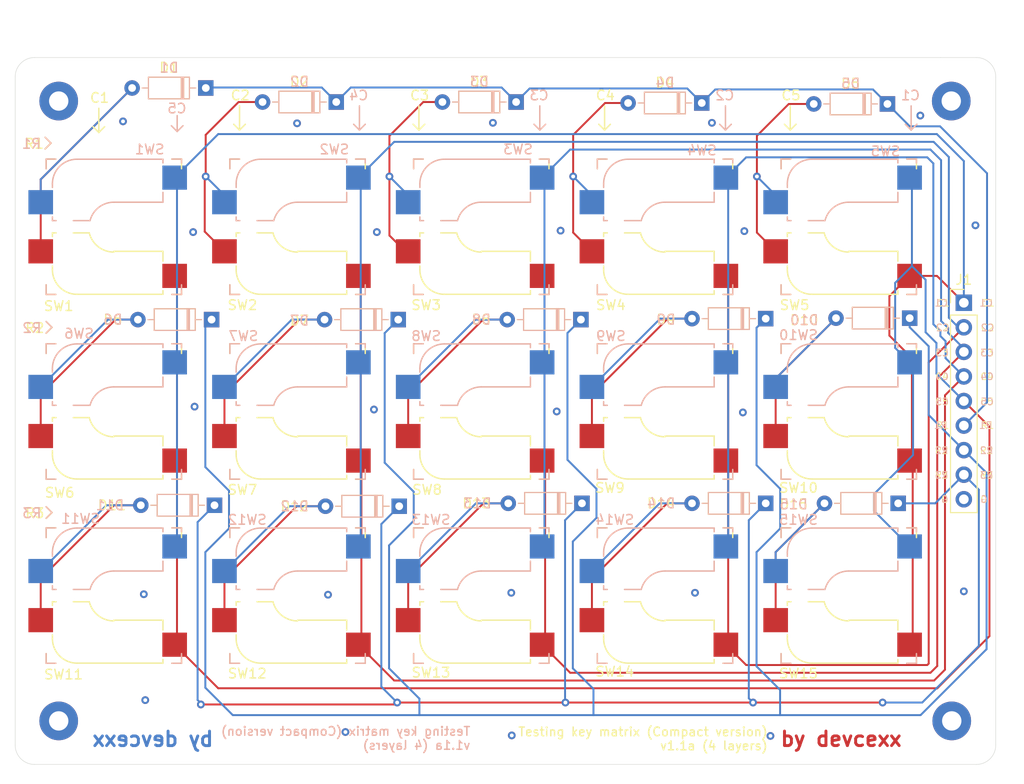
<source format=kicad_pcb>
(kicad_pcb (version 20241229) (generator "pcbnew") (generator_version "9.0")
  (layers (0 "F.Cu" signal) (4 "In1.Cu" signal) (6 "In2.Cu" signal) (2 "B.Cu" signal) (13 "F.Paste" user) (15 "B.Paste" user) (5 "F.SilkS" user "F.Silkscreen") (7 "B.SilkS" user "B.Silkscreen") (1 "F.Mask" user) (3 "B.Mask" user) (25 "Edge.Cuts" user))
  (net 0 "")
  (net 1 "Net-(D1-A)")
  (net 2 "row1")
  (net 3 "Net-(D2-A)")
  (net 4 "Net-(D3-A)")
  (net 5 "Net-(D4-A)")
  (net 6 "Net-(D5-A)")
  (net 7 "row2")
  (net 8 "Net-(D6-A)")
  (net 9 "Net-(D7-A)")
  (net 10 "Net-(D8-A)")
  (net 11 "Net-(D9-A)")
  (net 12 "Net-(D10-A)")
  (net 13 "Net-(D11-A)")
  (net 14 "row3")
  (net 15 "Net-(D12-A)")
  (net 16 "Net-(D13-A)")
  (net 17 "Net-(D14-A)")
  (net 18 "Net-(D15-A)")
  (net 19 "col3")
  (net 20 "col5")
  (net 21 "col1")
  (net 22 "col2")
  (net 23 "col4")
  (net 24 "GND")
  (footprint "TestingSplitKb:D_DO-35_SOD27_P7.62mm_Horizontal_BothSides" (layer "F.Cu") (at 170 37.3 180)
    (property "Reference" "D5")
    (property "Value" "1N4148")
  )
  (footprint "" (layer "F.Cu") (at 84.3 101.1 90)
    (property "Reference" "")
    (property "Value" "")
  )
  (footprint "TestingSplitKb:Kailh_socket_MX_reversible" (layer "F.Cu") (at 90 88.14)
    (property "Reference" "SW11")
    (property "Value" "SW_Push_Dual")
  )
  (footprint "TestingSplitKb:Kailh_socket_MX_reversible" (layer "F.Cu") (at 166 88.14)
    (property "Reference" "SW15")
    (property "Value" "SW_Push_Dual")
  )
  (footprint "TestingSplitKb:Kailh_socket_MX_reversible" (layer "F.Cu") (at 90 50)
    (property "Reference" "SW1")
    (property "Value" "SW_Push_Dual")
  )
  (footprint "TestingSplitKb:Kailh_socket_MX_reversible" (layer "F.Cu") (at 166 50)
    (property "Reference" "SW5")
    (property "Value" "SW_Push_Dual")
  )
  (footprint "TestingSplitKb:Kailh_socket_MX_reversible" (layer "F.Cu") (at 109 50)
    (property "Reference" "SW2")
    (property "Value" "SW_Push_Dual")
  )
  (footprint "TestingSplitKb:D_DO-35_SOD27_P7.62mm_Horizontal_BothSides" (layer "F.Cu") (at 100.11 59.6 180)
    (property "Reference" "D6")
    (property "Value" "1N4148")
  )
  (footprint "TestingSplitKb:D_DO-35_SOD27_P7.62mm_Horizontal_BothSides" (layer "F.Cu") (at 119.41 59.6 180)
    (property "Reference" "D7")
    (property "Value" "1N4148")
  )
  (footprint "TestingSplitKb:D_DO-35_SOD27_P7.62mm_Horizontal_BothSides" (layer "F.Cu") (at 157.41 78.6 180)
    (property "Reference" "D14")
    (property "Value" "1N4148")
  )
  (footprint "TestingSplitKb:Kailh_socket_MX_reversible" (layer "F.Cu") (at 147 69.1)
    (property "Reference" "SW9")
    (property "Value" "SW_Push_Dual")
  )
  (footprint "TestingSplitKb:Kailh_socket_MX_reversible" (layer "F.Cu") (at 147 88.14)
    (property "Reference" "SW14")
    (property "Value" "SW_Push_Dual")
  )
  (footprint "TestingSplitKb:D_DO-35_SOD27_P7.62mm_Horizontal_BothSides" (layer "F.Cu") (at 150.8 37.2 180)
    (property "Reference" "D4")
    (property "Value" "1N4148")
  )
  (footprint "TestingSplitKb:D_DO-35_SOD27_P7.62mm_Horizontal_BothSides" (layer "F.Cu") (at 138.3 59.6 180)
    (property "Reference" "D8")
    (property "Value" "1N4148")
  )
  (footprint "TestingSplitKb:Kailh_socket_MX_reversible" (layer "F.Cu") (at 147 50)
    (property "Reference" "SW4")
    (property "Value" "SW_Push_Dual")
  )
  (footprint "TestingSplitKb:Kailh_socket_MX_reversible" (layer "F.Cu") (at 90 69.1)
    (property "Reference" "SW6")
    (property "Value" "SW_Push_Dual")
  )
  (footprint "TestingSplitKb:D_DO-35_SOD27_P7.62mm_Horizontal_BothSides" (layer "F.Cu") (at 157.41 59.5 180)
    (property "Reference" "D9")
    (property "Value" "1N4148")
  )
  (footprint "TestingSplitKb:Kailh_socket_MX_reversible" (layer "F.Cu") (at 128 69.1)
    (property "Reference" "SW8")
    (property "Value" "SW_Push_Dual")
  )
  (footprint "TestingSplitKb:Kailh_socket_MX_reversible" (layer "F.Cu") (at 109 69.1)
    (property "Reference" "SW7")
    (property "Value" "SW_Push_Dual")
  )
  (footprint "" (layer "F.Cu") (at 176.6 37)
    (property "Reference" "")
    (property "Value" "")
  )
  (footprint "TestingSplitKb:Kailh_socket_MX_reversible" (layer "F.Cu") (at 166 69.1)
    (property "Reference" "SW10")
    (property "Value" "SW_Push_Dual")
  )
  (footprint "" (layer "F.Cu") (at 176.65 101.1 180)
    (property "Reference" "")
    (property "Value" "")
  )
  (footprint "TestingSplitKb:D_DO-35_SOD27_P7.62mm_Horizontal_BothSides" (layer "F.Cu") (at 131.6 37.1 180)
    (property "Reference" "D3")
    (property "Value" "1N4148")
  )
  (footprint "TestingSplitKb:D_DO-35_SOD27_P7.62mm_Horizontal_BothSides" (layer "F.Cu") (at 119.51 78.9 180)
    (property "Reference" "D12")
    (property "Value" "1N4148")
  )
  (footprint "" (layer "F.Cu") (at 84.3 37 90)
    (property "Reference" "")
    (property "Value" "")
  )
  (footprint "Connector_PinHeader_2.54mm:PinHeader_1x09_P2.54mm_Vertical" (layer "F.Cu") (at 177.9 57.86)
    (property "Reference" "J1")
    (property "Value" "Conn_01x09_Pin")
  )
  (footprint "TestingSplitKb:Kailh_socket_MX_reversible" (layer "F.Cu") (at 128 88.14)
    (property "Reference" "SW13")
    (property "Value" "SW_Push_Dual")
  )
  (footprint "TestingSplitKb:D_DO-35_SOD27_P7.62mm_Horizontal_BothSides" (layer "F.Cu") (at 100.41 78.8 180)
    (property "Reference" "D11")
    (property "Value" "1N4148")
  )
  (footprint "TestingSplitKb:D_DO-35_SOD27_P7.62mm_Horizontal_BothSides" (layer "F.Cu") (at 99.51 35.65 180)
    (property "Reference" "D1")
    (property "Value" "1N4148")
  )
  (footprint "TestingSplitKb:D_DO-35_SOD27_P7.62mm_Horizontal_BothSides" (layer "F.Cu") (at 171.11 78.6 180)
    (property "Reference" "D15")
    (property "Value" "1N4148")
  )
  (footprint "TestingSplitKb:Kailh_socket_MX_reversible" (layer "F.Cu") (at 109 88.14)
    (property "Reference" "SW12")
    (property "Value" "SW_Push_Dual")
  )
  (footprint "TestingSplitKb:D_DO-35_SOD27_P7.62mm_Horizontal_BothSides" (layer "F.Cu") (at 138.41 78.6 180)
    (property "Reference" "D13")
    (property "Value" "1N4148")
  )
  (footprint "TestingSplitKb:D_DO-35_SOD27_P7.62mm_Horizontal_BothSides" (layer "F.Cu") (at 113 37.1 180)
    (property "Reference" "D2")
    (property "Value" "1N4148")
  )
  (footprint "TestingSplitKb:D_DO-35_SOD27_P7.62mm_Horizontal_BothSides" (layer "F.Cu") (at 172.3 59.45 180)
    (property "Reference" "D10")
    (property "Value" "1N4148")
  )
  (footprint "TestingSplitKb:Kailh_socket_MX_reversible" (layer "F.Cu") (at 128 50)
    (property "Reference" "SW3")
    (property "Value" "SW_Push_Dual")
  )
  (gr_line (start 140.75 37.5) (end 140.75 40) (stroke (width 0.15)) (layer "F.SilkS"))
  (gr_line (start 88.45 37.75) (end 88.45 40.25) (stroke (width 0.15)) (layer "F.SilkS"))
  (gr_line (start 140.75 40) (end 141.35 39.4) (stroke (width 0.15)) (layer "F.SilkS"))
  (gr_line (start 140.75 40) (end 140.15 39.4) (stroke (width 0.15)) (layer "F.SilkS"))
  (gr_line (start 120.95 39.4) (end 121.55 40) (stroke (width 0.15)) (layer "F.SilkS"))
  (gr_line (start 82.9 41.95) (end 83.5 41.35) (stroke (width 0.15)) (layer "F.SilkS"))
  (gr_line (start 83 80.15) (end 83.6 79.55) (stroke (width 0.15)) (layer "F.SilkS"))
  (gr_line (start 82.9 41.95) (end 83.5 41.35) (stroke (width 0.15)) (layer "F.SilkS"))
  (gr_line (start 83.5 41.35) (end 82.9 41.95) (stroke (width 0.15)) (layer "F.SilkS"))
  (gr_line (start 83 61) (end 83.6 60.4) (stroke (width 0.15)) (layer "F.SilkS"))
  (gr_line (start 121.55 40) (end 122.15 39.4) (stroke (width 0.15)) (layer "F.SilkS"))
  (gr_line (start 88.45 40.25) (end 89.05 39.65) (stroke (width 0.15)) (layer "F.SilkS"))
  (gr_line (start 83.6 79.55) (end 83 80.15) (stroke (width 0.15)) (layer "F.SilkS"))
  (gr_line (start 83.6 79.55) (end 83 78.95) (stroke (width 0.15)) (layer "F.SilkS"))
  (gr_line (start 83.5 41.35) (end 82.9 40.75) (stroke (width 0.15)) (layer "F.SilkS"))
  (gr_line (start 83.5 41.35) (end 82.9 41.95) (stroke (width 0.15)) (layer "F.SilkS"))
  (gr_line (start 83.6 60.4) (end 83 59.8) (stroke (width 0.15)) (layer "F.SilkS"))
  (gr_line (start 83.6 60.4) (end 83 61) (stroke (width 0.15)) (layer "F.SilkS"))
  (gr_line (start 87.85 39.65) (end 88.45 40.25) (stroke (width 0.15)) (layer "F.SilkS"))
  (gr_line (start 83.6 60.4) (end 83 61) (stroke (width 0.15)) (layer "F.SilkS"))
  (gr_line (start 83.5 41.35) (end 82.9 41.95) (stroke (width 0.15)) (layer "F.SilkS"))
  (gr_line (start 159.35 39.4) (end 159.95 40) (stroke (width 0.15)) (layer "F.SilkS"))
  (gr_line (start 103 40) (end 103.6 39.4) (stroke (width 0.15)) (layer "F.SilkS"))
  (gr_line (start 83.6 79.55) (end 83 80.15) (stroke (width 0.15)) (layer "F.SilkS"))
  (gr_line (start 159.95 40) (end 160.55 39.4) (stroke (width 0.15)) (layer "F.SilkS"))
  (gr_line (start 102.4 39.4) (end 103 40) (stroke (width 0.15)) (layer "F.SilkS"))
  (gr_line (start 159.95 37.5) (end 159.95 40) (stroke (width 0.15)) (layer "F.SilkS"))
  (gr_line (start 103 37.5) (end 103 40) (stroke (width 0.15)) (layer "F.SilkS"))
  (gr_line (start 121.55 37.5) (end 121.55 40) (stroke (width 0.15)) (layer "F.SilkS"))
  (gr_line (start 172.45 37.5) (end 172.45 40) (stroke (width 0.15)) (layer "B.SilkS"))
  (gr_line (start 115.4 40) (end 116 39.4) (stroke (width 0.15)) (layer "B.SilkS"))
  (gr_line (start 152.65 39.4) (end 153.25 40) (stroke (width 0.15)) (layer "B.SilkS"))
  (gr_line (start 114.8 39.4) (end 115.4 40) (stroke (width 0.15)) (layer "B.SilkS"))
  (gr_line (start 83.6 60.4) (end 83 61) (stroke (width 0.15)) (layer "B.SilkS"))
  (gr_line (start 115.4 37.5) (end 115.4 40) (stroke (width 0.15)) (layer "B.SilkS"))
  (gr_line (start 83.6 60.4) (end 83 59.8) (stroke (width 0.15)) (layer "B.SilkS"))
  (gr_line (start 83.6 79.55) (end 83 78.95) (stroke (width 0.15)) (layer "B.SilkS"))
  (gr_line (start 153.25 37.5) (end 153.25 40) (stroke (width 0.15)) (layer "B.SilkS"))
  (gr_line (start 134.05 37.5) (end 134.05 40) (stroke (width 0.15)) (layer "B.SilkS"))
  (gr_line (start 96.55 40.15) (end 97.15 39.55) (stroke (width 0.15)) (layer "B.SilkS"))
  (gr_line (start 83.5 41.35) (end 82.9 40.75) (stroke (width 0.15)) (layer "B.SilkS"))
  (gr_line (start 96.55 38.5) (end 96.55 40.1) (stroke (width 0.15)) (layer "B.SilkS"))
  (gr_line (start 95.95 39.55) (end 96.55 40.15) (stroke (width 0.15)) (layer "B.SilkS"))
  (gr_line (start 172.45 40) (end 173.05 39.4) (stroke (width 0.15)) (layer "B.SilkS"))
  (gr_line (start 83.6 79.55) (end 83 80.15) (stroke (width 0.15)) (layer "B.SilkS"))
  (gr_line (start 83.5 41.35) (end 82.9 41.95) (stroke (width 0.15)) (layer "B.SilkS"))
  (gr_line (start 133.45 39.4) (end 134.05 40) (stroke (width 0.15)) (layer "B.SilkS"))
  (gr_line (start 171.85 39.4) (end 172.45 40) (stroke (width 0.15)) (layer "B.SilkS"))
  (gr_line (start 153.25 40) (end 153.85 39.4) (stroke (width 0.15)) (layer "B.SilkS"))
  (gr_line (start 134.05 40) (end 134.65 39.4) (stroke (width 0.15)) (layer "B.SilkS"))
  (gr_line (start 79.8 34.5) (end 79.800001 103.6) (stroke (width 0.05)) (layer "Edge.Cuts"))
  (gr_arc (start 79.8 34.5) (mid 80.385786 33.085786) (end 81.8 32.5) (stroke (width 0.05)) (layer "Edge.Cuts"))
  (gr_line (start 175.5 32.5) (end 179.2 32.5) (stroke (width 0.05)) (layer "Edge.Cuts"))
  (gr_arc (start 81.8 105.6) (mid 80.385787 105.014214) (end 79.800001 103.600001) (stroke (width 0.05)) (layer "Edge.Cuts"))
  (gr_line (start 81.8 32.5) (end 175.5 32.5) (stroke (width 0.05)) (layer "Edge.Cuts"))
  (gr_line (start 181.2 34.5) (end 181.2 103.6) (stroke (width 0.05)) (layer "Edge.Cuts"))
  (gr_arc (start 181.2 103.6) (mid 180.614214 105.014214) (end 179.2 105.6) (stroke (width 0.05)) (layer "Edge.Cuts"))
  (gr_line (start 81.8 105.6) (end 179.2 105.6) (stroke (width 0.05)) (layer "Edge.Cuts"))
  (gr_arc (start 179.2 32.5) (mid 180.614214 33.085786) (end 181.200001 34.499999) (stroke (width 0.05)) (layer "Edge.Cuts"))
  (gr_text "by devcexx" (at 158.8 103.85 0) (layer "F.Cu") (effects (font (size 1.5 1.5) (thickness 0.3) (bold yes)) (justify left bottom)))
  (gr_text "by devcexx" (at 100.45 102.1 0) (layer "B.Cu") (effects (font (size 1.5 1.5) (thickness 0.3) (bold yes)) (justify left top mirror)))
  (gr_text "C2" (at 179.6 60.85 0) (layer "F.SilkS") (effects (font (size 0.7 0.7) (thickness 0.1)) (justify left bottom)))
  (gr_text "C1" (at 87.45 37.25 0) (layer "F.SilkS") (effects (font (size 1 1)) (justify left bottom)))
  (gr_text "R2" (at 80.75 61.05 0) (layer "F.SilkS") (effects (font (size 1 1)) (justify left bottom)))
  (gr_text "R3" (at 80.75 80.2 0) (layer "F.SilkS") (effects (font (size 1 1)) (justify left bottom)))
  (gr_text "Testing key matrix (Compact version)\nv1.1a (4 layers)" (at 157.7 104.2 0) (layer "F.SilkS") (effects (font (size 0.9 0.9)) (justify right bottom)))
  (gr_text "C2" (at 174.95 60.85 0) (layer "F.SilkS") (effects (font (size 0.7 0.7) (thickness 0.1)) (justify left bottom)))
  (gr_text "C5" (at 179.55 68.5 0) (layer "F.SilkS") (effects (font (size 0.7 0.7) (thickness 0.1)) (justify left bottom)))
  (gr_text "R1" (at 80.7 42 0) (layer "F.SilkS") (effects (font (size 1 1)) (justify left bottom)))
  (gr_text "R2" (at 174.85 73.55 0) (layer "F.SilkS") (effects (font (size 0.7 0.7) (thickness 0.1)) (justify left bottom)))
  (gr_text "R3" (at 174.85 76.1 0) (layer "F.SilkS") (effects (font (size 0.7 0.7) (thickness 0.1)) (justify left bottom)))
  (gr_text "C3" (at 120.55 37 0) (layer "F.SilkS") (effects (font (size 1 1)) (justify left bottom)))
  (gr_text "R1" (at 179.6 70.95 0) (layer "F.SilkS") (effects (font (size 0.7 0.7) (thickness 0.1)) (justify left bottom)))
  (gr_text "C1" (at 175 58.3 0) (layer "F.SilkS") (effects (font (size 0.7 0.7) (thickness 0.1)) (justify left bottom)))
  (gr_text "C5" (at 158.95 37 0) (layer "F.SilkS") (effects (font (size 1 1)) (justify left bottom)))
  (gr_text "C3" (at 179.55 63.45 0) (layer "F.SilkS") (effects (font (size 0.7 0.7) (thickness 0.1)) (justify left bottom)))
  (gr_text "C1" (at 179.65 58.3 0) (layer "F.SilkS") (effects (font (size 0.7 0.7) (thickness 0.1)) (justify left bottom)))
  (gr_text "C3" (at 174.9 63.45 0) (layer "F.SilkS") (effects (font (size 0.7 0.7) (thickness 0.1)) (justify left bottom)))
  (gr_text "C4" (at 174.9 65.9 0) (layer "F.SilkS") (effects (font (size 0.7 0.7) (thickness 0.1)) (justify left bottom)))
  (gr_text "R3" (at 179.5 76.1 0) (layer "F.SilkS") (effects (font (size 0.7 0.7) (thickness 0.1)) (justify left bottom)))
  (gr_text "R2" (at 179.5 73.55 0) (layer "F.SilkS") (effects (font (size 0.7 0.7) (thickness 0.1)) (justify left bottom)))
  (gr_text "R1" (at 174.95 70.95 0) (layer "F.SilkS") (effects (font (size 0.7 0.7) (thickness 0.1)) (justify left bottom)))
  (gr_text "C5" (at 174.9 68.5 0) (layer "F.SilkS") (effects (font (size 0.7 0.7) (thickness 0.1)) (justify left bottom)))
  (gr_text "G" (at 175.5 78.6 0) (layer "F.SilkS") (effects (font (size 0.7 0.7) (thickness 0.1)) (justify left bottom)))
  (gr_text "G" (at 179.55 78.6 0) (layer "F.SilkS") (effects (font (size 0.7 0.7) (thickness 0.1)) (justify left bottom)))
  (gr_text "C4" (at 179.55 65.9 0) (layer "F.SilkS") (effects (font (size 0.7 0.7) (thickness 0.1)) (justify left bottom)))
  (gr_text "C4" (at 139.75 37 0) (layer "F.SilkS") (effects (font (size 1 1)) (justify left bottom)))
  (gr_text "C2" (at 102 37 0) (layer "F.SilkS") (effects (font (size 1 1)) (justify left bottom)))
  (gr_text "R1" (at 82.55 42 0) (layer "B.SilkS") (effects (font (size 1 1)) (justify left bottom mirror)))
  (gr_text "G" (at 176.35 78.6 0) (layer "B.SilkS") (effects (font (size 0.7 0.7) (thickness 0.1)) (justify left bottom mirror)))
  (gr_text "C1" (at 173.45 37 0) (layer "B.SilkS") (effects (font (size 1 1)) (justify left bottom mirror)))
  (gr_text "R3" (at 181 76.1 0) (layer "B.SilkS") (effects (font (size 0.7 0.7) (thickness 0.1)) (justify left bottom mirror)))
  (gr_text "C4" (at 181.05 65.9 0) (layer "B.SilkS") (effects (font (size 0.7 0.7) (thickness 0.1)) (justify left bottom mirror)))
  (gr_text "R2" (at 82.6 61.05 0) (layer "B.SilkS") (effects (font (size 1 1)) (justify left bottom mirror)))
  (gr_text "C5" (at 176.4 68.5 0) (layer "B.SilkS") (effects (font (size 0.7 0.7) (thickness 0.1)) (justify left bottom mirror)))
  (gr_text "R3" (at 176.35 76.1 0) (layer "B.SilkS") (effects (font (size 0.7 0.7) (thickness 0.1)) (justify left bottom mirror)))
  (gr_text "C3" (at 181.05 63.45 0) (layer "B.SilkS") (effects (font (size 0.7 0.7) (thickness 0.1)) (justify left bottom mirror)))
  (gr_text "R1" (at 180.9 70.95 0) (layer "B.SilkS") (effects (font (size 0.7 0.7) (thickness 0.1)) (justify left bottom mirror)))
  (gr_text "C1" (at 180.95 58.3 0) (layer "B.SilkS") (effects (font (size 0.7 0.7) (thickness 0.1)) (justify left bottom mirror)))
  (gr_text "G" (at 180.4 78.6 0) (layer "B.SilkS") (effects (font (size 0.7 0.7) (thickness 0.1)) (justify left bottom mirror)))
  (gr_text "C4" (at 176.4 65.9 0) (layer "B.SilkS") (effects (font (size 0.7 0.7) (thickness 0.1)) (justify left bottom mirror)))
  (gr_text "C5" (at 181.05 68.5 0) (layer "B.SilkS") (effects (font (size 0.7 0.7) (thickness 0.1)) (justify left bottom mirror)))
  (gr_text "C4" (at 116.4 37 0) (layer "B.SilkS") (effects (font (size 1 1)) (justify left bottom mirror)))
  (gr_text "Testing key matrix (Compact version)\nv1.1a (4 layers)" (at 126.95 104.15 0) (layer "B.SilkS") (effects (font (size 0.9 0.9)) (justify left bottom mirror)))
  (gr_text "R1" (at 176.25 70.95 0) (layer "B.SilkS") (effects (font (size 0.7 0.7) (thickness 0.1)) (justify left bottom mirror)))
  (gr_text "R2" (at 176.35 73.55 0) (layer "B.SilkS") (effects (font (size 0.7 0.7) (thickness 0.1)) (justify left bottom mirror)))
  (gr_text "C3" (at 135.05 37 0) (layer "B.SilkS") (effects (font (size 1 1)) (justify left bottom mirror)))
  (gr_text "C3" (at 176.4 63.45 0) (layer "B.SilkS") (effects (font (size 0.7 0.7) (thickness 0.1)) (justify left bottom mirror)))
  (gr_text "C2" (at 154.25 37 0) (layer "B.SilkS") (effects (font (size 1 1)) (justify left bottom mirror)))
  (gr_text "R2" (at 181 73.55 0) (layer "B.SilkS") (effects (font (size 0.7 0.7) (thickness 0.1)) (justify left bottom mirror)))
  (gr_text "C1" (at 176.3 58.3 0) (layer "B.SilkS") (effects (font (size 0.7 0.7) (thickness 0.1)) (justify left bottom mirror)))
  (gr_text "C2" (at 181.1 60.85 0) (layer "B.SilkS") (effects (font (size 0.7 0.7) (thickness 0.1)) (justify left bottom mirror)))
  (gr_text "C2" (at 176.45 60.85 0) (layer "B.SilkS") (effects (font (size 0.7 0.7) (thickness 0.1)) (justify left bottom mirror)))
  (gr_text "C5" (at 97.6 38.35 0) (layer "B.SilkS") (effects (font (size 1 1)) (justify left bottom mirror)))
  (gr_text "R3" (at 82.6 80.2 0) (layer "B.SilkS") (effects (font (size 1 1)) (justify left bottom mirror)))
  (segment (start 82.44 45.1) (end 91.89 35.65) (width 0.2) (layer "F.Cu") (net 1))
  (segment (start 82.44 52.54) (end 82.44 45.1) (width 0.2) (layer "F.Cu") (net 1))
  (segment (start 82.44 45.1) (end 91.89 35.65) (width 0.2) (layer "B.Cu") (net 1))
  (segment (start 82.44 47.46) (end 82.44 45.1) (width 0.2) (layer "B.Cu") (net 1))
  (segment (start 149.299 35.699) (end 150.8 37.2) (width 0.2) (layer "B.Cu") (net 2))
  (segment (start 168.499 35.799) (end 170 37.3) (width 0.2) (layer "B.Cu") (net 2))
  (segment (start 133.001 35.699) (end 149.299 35.699) (width 0.2) (layer "B.Cu") (net 2))
  (segment (start 180.3 44.471857) (end 180.3 68.16) (width 0.2) (layer "B.Cu") (net 2))
  (segment (start 152.201 35.799) (end 168.499 35.799) (width 0.2) (layer "B.Cu") (net 2))
  (segment (start 130.099 35.599) (end 131.6 37.1) (width 0.2) (layer "B.Cu") (net 2))
  (segment (start 113 37.1) (end 114.501 35.599) (width 0.2) (layer "B.Cu") (net 2))
  (segment (start 111.499 35.599) (end 99.561 35.599) (width 0.2) (layer "B.Cu") (net 2))
  (segment (start 99.561 35.599) (end 99.51 35.65) (width 0.2) (layer "B.Cu") (net 2))
  (segment (start 180.3 68.16) (end 177.9 70.56) (width 0.2) (layer "B.Cu") (net 2))
  (segment (start 131.6 37.1) (end 133.001 35.699) (width 0.2) (layer "B.Cu") (net 2))
  (segment (start 175.443143 39.615) (end 180.3 44.471857) (width 0.2) (layer "B.Cu") (net 2))
  (segment (start 114.501 35.599) (end 130.099 35.599) (width 0.2) (layer "B.Cu") (net 2))
  (segment (start 170 37.3) (end 172.315 39.615) (width 0.2) (layer "B.Cu") (net 2))
  (segment (start 113 37.1) (end 111.499 35.599) (width 0.2) (layer "B.Cu") (net 2))
  (segment (start 172.315 39.615) (end 175.443143 39.615) (width 0.2) (layer "B.Cu") (net 2))
  (segment (start 150.8 37.2) (end 152.201 35.799) (width 0.2) (layer "B.Cu") (net 2))
  (segment (start 99.4 50.5) (end 99.4 44.9) (width 0.2) (layer "F.Cu") (net 3))
  (segment (start 99.4 44.9) (end 99.5 44.8) (width 0.2) (layer "F.Cu") (net 3))
  (segment (start 102.9 37.1) (end 105.38 37.1) (width 0.2) (layer "F.Cu") (net 3))
  (segment (start 99.5 44.8) (end 99.5 40.5) (width 0.2) (layer "F.Cu") (net 3))
  (segment (start 99.5 40.5) (end 102.9 37.1) (width 0.2) (layer "F.Cu") (net 3))
  (segment (start 101.44 52.54) (end 99.4 50.5) (width 0.2) (layer "F.Cu") (net 3))
  (via (at 99.5 44.8) (size 0.8) (drill 0.4) (layers "F.Cu" "B.Cu") (net 3))
  (segment (start 101.44 47.46) (end 101.44 46.74) (width 0.2) (layer "B.Cu") (net 3))
  (segment (start 101.44 46.74) (end 99.5 44.8) (width 0.2) (layer "B.Cu") (net 3))
  (segment (start 122 37.1) (end 123.98 37.1) (width 0.2) (layer "F.Cu") (net 4))
  (segment (start 120.14 52.54) (end 118.5 50.9) (width 0.2) (layer "F.Cu") (net 4))
  (segment (start 120.44 52.54) (end 120.14 52.54) (width 0.2) (layer "F.Cu") (net 4))
  (segment (start 118.5 50.9) (end 118.5 44.8) (width 0.2) (layer "F.Cu") (net 4))
  (segment (start 118.5 40.6) (end 122 37.1) (width 0.2) (layer "F.Cu") (net 4))
  (segment (start 118.5 44.8) (end 118.5 40.6) (width 0.2) (layer "F.Cu") (net 4))
  (via (at 118.5 44.8) (size 0.8) (drill 0.4) (layers "F.Cu" "B.Cu") (net 4))
  (segment (start 120.44 47.46) (end 120.44 46.74) (width 0.2) (layer "B.Cu") (net 4))
  (segment (start 120.44 46.74) (end 118.5 44.8) (width 0.2) (layer "B.Cu") (net 4))
  (segment (start 137.5 40.5) (end 140.8 37.2) (width 0.2) (layer "F.Cu") (net 5))
  (segment (start 137.5 50.6) (end 137.5 44.8) (width 0.2) (layer "F.Cu") (net 5))
  (segment (start 137.5 44.8) (end 137.5 40.5) (width 0.2) (layer "F.Cu") (net 5))
  (segment (start 139.44 52.54) (end 137.5 50.6) (width 0.2) (layer "F.Cu") (net 5))
  (segment (start 140.8 37.2) (end 143.18 37.2) (width 0.2) (layer "F.Cu") (net 5))
  (via (at 137.5 44.8) (size 0.8) (drill 0.4) (layers "F.Cu" "B.Cu") (net 5))
  (segment (start 139.44 47.46) (end 139.44 46.74) (width 0.2) (layer "B.Cu") (net 5))
  (segment (start 139.44 46.74) (end 137.5 44.8) (width 0.2) (layer "B.Cu") (net 5))
  (segment (start 158.44 52.54) (end 156.5 50.6) (width 0.2) (layer "F.Cu") (net 6))
  (segment (start 159.8 37.3) (end 162.38 37.3) (width 0.2) (layer "F.Cu") (net 6))
  (segment (start 156.5 40.6) (end 159.8 37.3) (width 0.2) (layer "F.Cu") (net 6))
  (segment (start 156.5 44.8) (end 156.5 40.6) (width 0.2) (layer "F.Cu") (net 6))
  (segment (start 156.5 50.6) (end 156.5 44.8) (width 0.2) (layer "F.Cu") (net 6))
  (via (at 156.5 44.8) (size 0.8) (drill 0.4) (layers "F.Cu" "B.Cu") (net 6))
  (segment (start 158.44 47.46) (end 158.44 46.74) (width 0.2) (layer "B.Cu") (net 6))
  (segment (start 158.44 46.74) (end 156.5 44.8) (width 0.2) (layer "B.Cu") (net 6))
  (segment (start 99.464 83.649) (end 99.464 97.664) (width 0.2) (layer "B.Cu") (net 7))
  (segment (start 158.9 97.9) (end 158.9 100.501) (width 0.2) (layer "B.Cu") (net 7))
  (segment (start 99.464 60.246) (end 99.464 74.852) (width 0.2) (layer "B.Cu") (net 7))
  (segment (start 119.41 59.6) (end 118.009 61.001) (width 0.2) (layer "B.Cu") (net 7))
  (segment (start 139.911 77.099) (end 139.911 80.101) (width 0.2) (layer "B.Cu") (net 7))
  (segment (start 121.011 77.399) (end 121.011 80.401) (width 0.2) (layer "B.Cu") (net 7))
  (segment (start 118.009 74.397) (end 121.011 77.399) (width 0.2) (layer "B.Cu") (net 7))
  (segment (start 156.464 60.446) (end 156.464 74.652) (width 0.2) (layer "B.Cu") (net 7))
  (segment (start 118.464 83) (end 118.464 95.664) (width 0.2) (layer "B.Cu") (net 7))
  (segment (start 100.11 59.6) (end 99.864 59.846) (width 0.2) (layer "B.Cu") (net 7))
  (segment (start 136.909 60.991) (end 136.909 74.097) (width 0.2) (layer "B.Cu") (net 7))
  (segment (start 118.009 61.001) (end 118.009 74.397) (width 0.2) (layer "B.Cu") (net 7))
  (segment (start 99.464 74.852) (end 101.911 77.299) (width 0.2) (layer "B.Cu") (net 7))
  (segment (start 156.464 83.649) (end 156.464 95.464) (width 0.2) (layer "B.Cu") (net 7))
  (segment (start 139.6 97.8) (end 139.6 100.501) (width 0.2) (layer "B.Cu") (net 7))
  (segment (start 100.11 59.6) (end 99.464 60.246) (width 0.2) (layer "B.Cu") (net 7))
  (segment (start 101.911 77.299) (end 101.911 81.202) (width 0.2) (layer "B.Cu") (net 7))
  (segment (start 139.911 80.101) (end 137.464 82.548) (width 0.2) (layer "B.Cu") (net 7))
  (segment (start 174.266 62.357803) (end 172.3 60.391802) (width 0.2) (layer "B.Cu") (net 7))
  (segment (start 121.011 80.401) (end 118.464 82.948) (width 0.2) (layer "B.Cu") (net 7))
  (segment (start 118.464 82.948) (end 118.464 83) (width 0.2) (layer "B.Cu") (net 7))
  (segment (start 118.464 95.664) (end 121.6 98.8) (width 0.2) (layer "B.Cu") (net 7))
  (segment (start 178.882209 95.048) (end 173.429209 100.501) (width 0.2) (layer "B.Cu") (net 7))
  (segment (start 156.464 95.464) (end 158.9 97.9) (width 0.2) (layer "B.Cu") (net 7))
  (segment (start 121.6 100.501) (end 139.6 100.501) (width 0.2) (layer "B.Cu") (net 7))
  (segment (start 174.266 69.466) (end 177.9 73.1) (width 0.2) (layer "B.Cu") (net 7))
  (segment (start 180.252 93.681785) (end 178.885785 95.048) (width 0.2) (layer "B.Cu") (net 7))
  (segment (start 99.464 97.664) (end 102.301 100.501) (width 0.2) (layer "B.Cu") (net 7))
  (segment (start 139.6 100.501) (end 158.9 100.501) (width 0.2) (layer "B.Cu") (net 7))
  (segment (start 158.911 77.099) (end 158.911 81.202) (width 0.2) (layer "B.Cu") (net 7))
  (segment (start 178.885785 95.048) (end 178.882209 95.048) (width 0.2) (layer "B.Cu") (net 7))
  (segment (start 137.464 95.664) (end 139.6 97.8) (width 0.2) (layer "B.Cu") (net 7))
  (segment (start 172.3 60.391802) (end 172.3 59.45) (width 0.2) (layer "B.Cu") (net 7))
  (segment (start 177.9 73.1) (end 180.252 75.452) (width 0.2) (layer "B.Cu") (net 7))
  (segment (start 158.911 81.202) (end 156.464 83.649) (width 0.2) (layer "B.Cu") (net 7))
  (segment (start 156.464 74.652) (end 158.911 77.099) (width 0.2) (layer "B.Cu") (net 7))
  (segment (start 138.3 59.6) (end 136.909 60.991) (width 0.2) (layer "B.Cu") (net 7))
  (segment (start 121.6 98.8) (end 121.6 100.501) (width 0.2) (layer "B.Cu") (net 7))
  (segment (start 101.911 81.202) (end 99.464 83.649) (width 0.2) (layer "B.Cu") (net 7))
  (segment (start 136.909 74.097) (end 139.911 77.099) (width 0.2) (layer "B.Cu") (net 7))
  (segment (start 102.301 100.501) (end 121.6 100.501) (width 0.2) (layer "B.Cu") (net 7))
  (segment (start 137.464 82.548) (end 137.464 95.664) (width 0.2) (layer "B.Cu") (net 7))
  (segment (start 173.429209 100.501) (end 158.9 100.501) (width 0.2) (layer "B.Cu") (net 7))
  (segment (start 180.252 75.452) (end 180.252 93.681785) (width 0.2) (layer "B.Cu") (net 7))
  (segment (start 157.41 59.5) (end 156.464 60.446) (width 0.2) (layer "B.Cu") (net 7))
  (segment (start 174.266 62.357803) (end 174.266 69.466) (width 0.2) (layer "B.Cu") (net 7))
  (segment (start 119.41 59.6) (end 118.864 60.146) (width 0.2) (layer "B.Cu") (net 7))
  (segment (start 82.44 67.338737) (end 90.178737 59.6) (width 0.2) (layer "F.Cu") (net 8))
  (segment (start 90.178737 59.6) (end 92.49 59.6) (width 0.2) (layer "F.Cu") (net 8))
  (segment (start 82.44 71.64) (end 82.44 67.338737) (width 0.2) (layer "F.Cu") (net 8))
  (segment (start 82.44 66.56) (end 89.4 59.6) (width 0.2) (layer "B.Cu") (net 8))
  (segment (start 89.4 59.6) (end 92.49 59.6) (width 0.2) (layer "B.Cu") (net 8))
  (segment (start 109.178737 59.6) (end 111.79 59.6) (width 0.2) (layer "F.Cu") (net 9))
  (segment (start 101.44 71.64) (end 101.44 67.338737) (width 0.2) (layer "F.Cu") (net 9))
  (segment (start 101.44 67.338737) (end 109.178737 59.6) (width 0.2) (layer "F.Cu") (net 9))
  (segment (start 108.4 59.6) (end 111.79 59.6) (width 0.2) (layer "B.Cu") (net 9))
  (segment (start 101.44 66.56) (end 108.4 59.6) (width 0.2) (layer "B.Cu") (net 9))
  (segment (start 120.44 71.64) (end 120.44 67.338737) (width 0.2) (layer "F.Cu") (net 10))
  (segment (start 128.178737 59.6) (end 130.68 59.6) (width 0.2) (layer "F.Cu") (net 10))
  (segment (start 120.44 67.338737) (end 128.178737 59.6) (width 0.2) (layer "F.Cu") (net 10))
  (segment (start 127.4 59.6) (end 130.68 59.6) (width 0.2) (layer "B.Cu") (net 10))
  (segment (start 120.44 66.56) (end 127.4 59.6) (width 0.2) (layer "B.Cu") (net 10))
  (segment (start 147.278737 59.5) (end 149.79 59.5) (width 0.2) (layer "F.Cu") (net 11))
  (segment (start 139.44 71.64) (end 139.44 67.338737) (width 0.2) (layer "F.Cu") (net 11))
  (segment (start 139.44 67.338737) (end 147.278737 59.5) (width 0.2) (layer "F.Cu") (net 11))
  (segment (start 139.44 66.56) (end 146.5 59.5) (width 0.2) (layer "B.Cu") (net 11))
  (segment (start 146.5 59.5) (end 149.79 59.5) (width 0.2) (layer "B.Cu") (net 11))
  (segment (start 158.44 71.64) (end 158.44 65.69) (width 0.2) (layer "F.Cu") (net 12))
  (segment (start 158.44 65.69) (end 164.68 59.45) (width 0.2) (layer "F.Cu") (net 12))
  (segment (start 158.44 65.69) (end 164.68 59.45) (width 0.2) (layer "B.Cu") (net 12))
  (segment (start 158.44 66.56) (end 158.44 65.69) (width 0.2) (layer "B.Cu") (net 12))
  (segment (start 90.018737 78.8) (end 92.79 78.8) (width 0.2) (layer "F.Cu") (net 13))
  (segment (start 82.44 86.378737) (end 90.018737 78.8) (width 0.2) (layer "F.Cu") (net 13))
  (segment (start 82.44 90.68) (end 82.44 86.378737) (width 0.2) (layer "F.Cu") (net 13))
  (segment (start 82.44 85.6) (end 89.24 78.8) (width 0.2) (layer "B.Cu") (net 13))
  (segment (start 89.24 78.8) (end 92.79 78.8) (width 0.2) (layer "B.Cu") (net 13))
  (segment (start 156.1 99.2) (end 169.5 99.2) (width 0.2) (layer "F.Cu") (net 14))
  (segment (start 119.3 99.2) (end 136.7 99.2) (width 0.2) (layer "F.Cu") (net 14))
  (segment (start 119.1 99.4) (end 119.3 99.2) (width 0.2) (layer "F.Cu") (net 14))
  (segment (start 136.7 99.2) (end 156.1 99.2) (width 0.2) (layer "F.Cu") (net 14))
  (segment (start 99 99.4) (end 119.1 99.4) (width 0.2) (layer "F.Cu") (net 14))
  (via (at 99 99.4) (size 0.8) (drill 0.4) (layers "F.Cu" "B.Cu") (net 14))
  (via (at 156.1 99.2) (size 0.8) (drill 0.4) (layers "F.Cu" "B.Cu") (net 14))
  (via (at 119.3 99.2) (size 0.8) (drill 0.4) (layers "F.Cu" "B.Cu") (net 14))
  (via (at 169.5 99.2) (size 0.8) (drill 0.4) (layers "F.Cu" "B.Cu") (net 14))
  (via (at 136.7 99.2) (size 0.8) (drill 0.4) (layers "F.Cu" "B.Cu") (net 14))
  (segment (start 99 99.274) (end 99 99.4) (width 0.2) (layer "B.Cu") (net 14))
  (segment (start 117.663 80.747) (end 117.663 97.563) (width 0.2) (layer "B.Cu") (net 14))
  (segment (start 119.51 78.9) (end 117.663 80.747) (width 0.2) (layer "B.Cu") (net 14))
  (segment (start 98.663 80.547) (end 100.41 78.8) (width 0.2) (layer "B.Cu") (net 14))
  (segment (start 136.663 99.163) (end 136.7 99.2) (width 0.2) (layer "B.Cu") (net 14))
  (segment (start 138.41 78.6) (end 136.663 80.347) (width 0.2) (layer "B.Cu") (net 14))
  (segment (start 179.447424 93.35) (end 173.597423 99.2) (width 0.2) (layer "B.Cu") (net 14))
  (segment (start 117.663 97.563) (end 119.3 99.2) (width 0.2) (layer "B.Cu") (net 14))
  (segment (start 171.11 78.6) (end 174.94 78.6) (width 0.2) (layer "B.Cu") (net 14))
  (segment (start 173.597423 99.2) (end 169.5 99.2) (width 0.2) (layer "B.Cu") (net 14))
  (segment (start 136.663 80.347) (end 136.663 99.163) (width 0.2) (layer "B.Cu") (net 14))
  (segment (start 155.663 98.763) (end 156.1 99.2) (width 0.2) (layer "B.Cu") (net 14))
  (segment (start 98.663 98.937) (end 98.663 80.547) (width 0.2) (layer "B.Cu") (net 14))
  (segment (start 179.451 93.35) (end 179.447424 93.35) (width 0.2) (layer "B.Cu") (net 14))
  (segment (start 100.41 78.8) (end 100.4 78.8) (width 0.2) (layer "B.Cu") (net 14))
  (segment (start 179.451 77.191) (end 179.451 93.35) (width 0.2) (layer "B.Cu") (net 14))
  (segment (start 98.663 98.937) (end 99 99.274) (width 0.2) (layer "B.Cu") (net 14))
  (segment (start 155.663 80.347) (end 155.663 98.763) (width 0.2) (layer "B.Cu") (net 14))
  (segment (start 157.41 78.6) (end 155.663 80.347) (width 0.2) (layer "B.Cu") (net 14))
  (segment (start 174.94 78.6) (end 177.9 75.64) (width 0.2) (layer "B.Cu") (net 14))
  (segment (start 177.9 75.64) (end 179.451 77.191) (width 0.2) (layer "B.Cu") (net 14))
  (segment (start 108.918737 78.9) (end 111.89 78.9) (width 0.2) (layer "F.Cu") (net 15))
  (segment (start 101.44 90.68) (end 101.44 86.378737) (width 0.2) (layer "F.Cu") (net 15))
  (segment (start 101.44 86.378737) (end 108.918737 78.9) (width 0.2) (layer "F.Cu") (net 15))
  (segment (start 108.14 78.9) (end 111.89 78.9) (width 0.2) (layer "B.Cu") (net 15))
  (segment (start 101.44 85.6) (end 108.14 78.9) (width 0.2) (layer "B.Cu") (net 15))
  (segment (start 128.218737 78.6) (end 130.59 78.6) (width 0.2) (layer "F.Cu") (net 16))
  (segment (start 120.44 90.68) (end 120.44 86.378737) (width 0.2) (layer "F.Cu") (net 16))
  (segment (start 120.44 86.378737) (end 128.218737 78.6) (width 0.2) (layer "F.Cu") (net 16))
  (segment (start 120.44 85.6) (end 127.44 78.6) (width 0.2) (layer "B.Cu") (net 16))
  (segment (start 127.44 78.6) (end 130.59 78.6) (width 0.2) (layer "B.Cu") (net 16))
  (segment (start 139.44 86.378737) (end 147.218737 78.6) (width 0.2) (layer "F.Cu") (net 17))
  (segment (start 139.44 90.68) (end 139.44 86.378737) (width 0.2) (layer "F.Cu") (net 17))
  (segment (start 147.218737 78.6) (end 149.79 78.6) (width 0.2) (layer "F.Cu") (net 17))
  (segment (start 146.44 78.6) (end 149.79 78.6) (width 0.2) (layer "B.Cu") (net 17))
  (segment (start 139.44 85.6) (end 146.44 78.6) (width 0.2) (layer "B.Cu") (net 17))
  (segment (start 158.44 90.68) (end 158.44 83.65) (width 0.2) (layer "F.Cu") (net 18))
  (segment (start 158.44 83.65) (end 163.49 78.6) (width 0.2) (layer "F.Cu") (net 18))
  (segment (start 158.44 83.65) (end 163.49 78.6) (width 0.2) (layer "B.Cu") (net 18))
  (segment (start 158.44 85.6) (end 158.44 83.65) (width 0.2) (layer "B.Cu") (net 18))
  (segment (start 137.192 96.122) (end 134.29 93.22) (width 0.2) (layer "F.Cu") (net 19))
  (segment (start 134.5319 55.3219) (end 134.5319 73.9381) (width 0.2) (layer "F.Cu") (net 19))
  (segment (start 175.15 95.419785) (end 174.447785 96.122) (width 0.2) (layer "F.Cu") (net 19))
  (segment (start 134.5319 73.9381) (end 134.29 74.18) (width 0.2) (layer "F.Cu") (net 19))
  (segment (start 177.9 62.94) (end 175.15 65.69) (width 0.2) (layer "F.Cu") (net 19))
  (segment (start 175.15 65.69) (end 175.15 95.419785) (width 0.2) (layer "F.Cu") (net 19))
  (segment (start 174.447785 96.122) (end 137.192 96.122) (width 0.2) (layer "F.Cu") (net 19))
  (segment (start 134.6 74.49) (end 134.6 92.91) (width 0.2) (layer "F.Cu") (net 19))
  (segment (start 134.29 74.18) (end 134.6 74.49) (width 0.2) (layer "F.Cu") (net 19))
  (segment (start 175.548 43.118214) (end 174.447785 42.018) (width 0.2) (layer "B.Cu") (net 19))
  (segment (start 175.548 59.742786) (end 175.548 43.118214) (width 0.2) (layer "B.Cu") (net 19))
  (segment (start 176.277607 60.971053) (end 176.277607 60.472393) (width 0.2) (layer "B.Cu") (net 19))
  (segment (start 177.9 62.593446) (end 176.277607 60.971053) (width 0.2) (layer "B.Cu") (net 19))
  (segment (start 177.9 62.94) (end 177.9 62.593446) (width 0.2) (layer "B.Cu") (net 19))
  (segment (start 134.5319 63.7781) (end 134.29 64.02) (width 0.2) (layer "B.Cu") (net 19))
  (segment (start 134.29 64.02) (end 134.5319 64.2619) (width 0.2) (layer "B.Cu") (net 19))
  (segment (start 134.5319 64.2619) (end 134.5319 82.8181) (width 0.2) (layer "B.Cu") (net 19))
  (segment (start 134.5319 82.8181) (end 134.29 83.06) (width 0.2) (layer "B.Cu") (net 19))
  (segment (start 176.277607 60.472393) (end 175.548 59.742786) (width 0.2) (layer "B.Cu") (net 19))
  (segment (start 137.192 42.018) (end 134.29 44.92) (width 0.2) (layer "B.Cu") (net 19))
  (segment (start 174.447785 42.018) (end 137.192 42.018) (width 0.2) (layer "B.Cu") (net 19))
  (segment (start 134.5319 45.1619) (end 134.5319 63.7781) (width 0.2) (layer "B.Cu") (net 19))
  (segment (start 96.5319 74.4219) (end 96.5319 92.9781) (width 0.2) (layer "F.Cu") (net 20))
  (segment (start 96.29 93.22) (end 100.794 97.724) (width 0.2) (layer "F.Cu") (net 20))
  (segment (start 96.29 74.18) (end 96.5319 74.4219) (width 0.2) (layer "F.Cu") (net 20))
  (segment (start 175.158786 97.724) (end 180.55 92.332786) (width 0.2) (layer "F.Cu") (net 20))
  (segment (start 96.5319 92.9781) (end 96.29 93.22) (width 0.2) (layer "F.Cu") (net 20))
  (segment (start 180.55 92.332786) (end 180.55 70.67) (width 0.2) (layer "F.Cu") (net 20))
  (segment (start 180.55 70.67) (end 177.9 68.02) (width 0.2) (layer "F.Cu") (net 20))
  (segment (start 100.794 97.724) (end 175.158786 97.724) (width 0.2) (layer "F.Cu") (net 20))
  (segment (start 96.5319 73.9381) (end 96.29 74.18) (width 0.2) (layer "F.Cu") (net 20))
  (segment (start 96.5319 55.3219) (end 96.5319 73.9381) (width 0.2) (layer "F.Cu") (net 20))
  (segment (start 168.6 79.37) (end 168.6 77.65) (width 0.2) (layer "B.Cu") (net 20))
  (segment (start 173.946001 60.905018) (end 173.946001 55.482201) (width 0.2) (layer "B.Cu") (net 20))
  (segment (start 175.067 62.026017) (end 173.946001 60.905018) (width 0.2) (layer "B.Cu") (net 20))
  (segment (start 170.799 62.529) (end 172.29 64.02) (width 0.2) (layer "B.Cu") (net 20))
  (segment (start 172.29 83.06) (end 168.6 79.37) (width 0.2) (layer "B.Cu") (net 20))
  (segment (start 172.5319 54.0681) (end 172.5319 45.1619) (width 0.2) (layer "B.Cu") (net 20))
  (segment (start 172.5319 45.1619) (end 172.29 44.92) (width 0.2) (layer "B.Cu") (net 20))
  (segment (start 172.65 73.6) (end 172.65 64.38) (width 0.2) (layer "B.Cu") (net 20))
  (segment (start 172.5319 54.0681) (end 170.799 55.801) (width 0.2) (layer "B.Cu") (net 20))
  (segment (start 172.65 64.38) (end 172.29 64.02) (width 0.2) (layer "B.Cu") (net 20))
  (segment (start 175.067 65.187) (end 175.067 62.026017) (width 0.2) (layer "B.Cu") (net 20))
  (segment (start 177.9 68.02) (end 175.067 65.187) (width 0.2) (layer "B.Cu") (net 20))
  (segment (start 168.6 77.65) (end 172.65 73.6) (width 0.2) (layer "B.Cu") (net 20))
  (segment (start 170.799 55.801) (end 170.799 62.529) (width 0.2) (layer "B.Cu") (net 20))
  (segment (start 173.946001 55.482201) (end 172.5319 54.0681) (width 0.2) (layer "B.Cu") (net 20))
  (segment (start 172.5319 63.7781) (end 172.29 64.02) (width 0.2) (layer "B.Cu") (net 20))
  (segment (start 172.5319 73.9381) (end 172.5319 63.5819) (width 0.2) (layer "F.Cu") (net 21))
  (segment (start 175.12 55.08) (end 177.9 57.86) (width 0.2) (layer "F.Cu") (net 21))
  (segment (start 170.2 57.17) (end 172.29 55.08) (width 0.2) (layer "F.Cu") (net 21))
  (segment (start 172.29 55.08) (end 175.12 55.08) (width 0.2) (layer "F.Cu") (net 21))
  (segment (start 172.29 74.18) (end 172.611 74.501) (width 0.2) (layer "F.Cu") (net 21))
  (segment (start 170.2 61.25) (end 170.2 57.17) (width 0.2) (layer "F.Cu") (net 21))
  (segment (start 172.611 92.899) (end 172.29 93.22) (width 0.2) (layer "F.Cu") (net 21))
  (segment (start 172.5319 73.9381) (end 172.29 74.18) (width 0.2) (layer "F.Cu") (net 21))
  (segment (start 172.611 74.501) (end 172.611 92.899) (width 0.2) (layer "F.Cu") (net 21))
  (segment (start 172.29 55.08) (end 172.5319 55.3219) (width 0.2) (layer "F.Cu") (net 21))
  (segment (start 172.5319 63.5819) (end 170.2 61.25) (width 0.2) (layer "F.Cu") (net 21))
  (segment (start 96.5319 82.8181) (end 96.29 83.06) (width 0.2) (layer "B.Cu") (net 21))
  (segment (start 96.5319 45.1619) (end 96.5319 63.7781) (width 0.2) (layer "B.Cu") (net 21))
  (segment (start 100.794 40.416) (end 96.29 44.92) (width 0.2) (layer "B.Cu") (net 21))
  (segment (start 177.9 57.86) (end 177.9 43.204643) (width 0.2) (layer "B.Cu") (net 21))
  (segment (start 175.111357 40.416) (end 100.794 40.416) (width 0.2) (layer "B.Cu") (net 21))
  (segment (start 96.29 44.92) (end 96.5319 45.1619) (width 0.2) (layer "B.Cu") (net 21))
  (segment (start 96.29 64.02) (end 96.5319 64.2619) (width 0.2) (layer "B.Cu") (net 21))
  (segment (start 96.5319 64.2619) (end 96.5319 82.8181) (width 0.2) (layer "B.Cu") (net 21))
  (segment (start 177.9 43.204643) (end 175.111357 40.416) (width 0.2) (layer "B.Cu") (net 21))
  (segment (start 96.5319 63.7781) (end 96.29 64.02) (width 0.2) (layer "B.Cu") (net 21))
  (segment (start 174.266 95.171) (end 174.116 95.321) (width 0.2) (layer "F.Cu") (net 22))
  (segment (start 153.5319 73.9381) (end 153.5319 55.3219) (width 0.2) (layer "F.Cu") (net 22))
  (segment (start 153.5319 92.9781) (end 153.5319 74.4219) (width 0.2) (layer "F.Cu") (net 22))
  (segment (start 174.266 64.034) (end 174.266 95.171) (width 0.2) (layer "F.Cu") (net 22))
  (segment (start 153.29 74.18) (end 153.5319 73.9381) (width 0.2) (layer "F.Cu") (net 22))
  (segment (start 177.9 60.4) (end 174.266 64.034) (width 0.2) (layer "F.Cu") (net 22))
  (segment (start 174.116 95.321) (end 155.391 95.321) (width 0.2) (layer "F.Cu") (net 22))
  (segment (start 153.5319 74.4219) (end 153.29 74.18) (width 0.2) (layer "F.Cu") (net 22))
  (segment (start 155.391 95.321) (end 153.29 93.22) (width 0.2) (layer "F.Cu") (net 22))
  (segment (start 176.349 42.786429) (end 174.779572 41.217) (width 0.2) (layer "B.Cu") (net 22))
  (segment (start 115.5319 64.2619) (end 115.5319 82.8181) (width 0.2) (layer "B.Cu") (net 22))
  (segment (start 177.268 60.4) (end 177.9 60.4) (width 0.2) (layer "B.Cu") (net 22))
  (segment (start 115.29 64.02) (end 115.5319 64.2619) (width 0.2) (layer "B.Cu") (net 22))
  (segment (start 115.5319 82.8181) (end 115.29 83.06) (width 0.2) (layer "B.Cu") (net 22))
  (segment (start 115.29 44.92) (end 115.5319 45.1619) (width 0.2) (layer "B.Cu") (net 22))
  (segment (start 174.779572 41.217) (end 118.993 41.217) (width 0.2) (layer "B.Cu") (net 22))
  (segment (start 177.9 60.4) (end 177.338 60.4) (width 0.2) (layer "B.Cu") (net 22))
  (segment (start 177.338 60.4) (end 176.349 59.411) (width 0.2) (layer "B.Cu") (net 22))
  (segment (start 118.993 41.217) (end 115.29 44.92) (width 0.2) (layer "B.Cu") (net 22))
  (segment (start 115.5319 63.7781) (end 115.29 64.02) (width 0.2) (layer "B.Cu") (net 22))
  (segment (start 115.5319 45.1619) (end 115.5319 63.7781) (width 0.2) (layer "B.Cu") (net 22))
  (segment (start 176.349 59.411) (end 176.349 42.786429) (width 0.2) (layer "B.Cu") (net 22))
  (segment (start 115.6 92.91) (end 115.6 74.49) (width 0.2) (layer "F.Cu") (net 23))
  (segment (start 118.993 96.923) (end 115.29 93.22) (width 0.2) (layer "F.Cu") (net 23))
  (segment (start 115.5319 55.3219) (end 115.5319 73.9381) (width 0.2) (layer "F.Cu") (net 23))
  (segment (start 115.31 93.2) (end 115.6 92.91) (width 0.2) (layer "F.Cu") (net 23))
  (segment (start 177.9 65.48) (end 175.95 67.43) (width 0.2) (layer "F.Cu") (net 23))
  (segment (start 175.95 67.43) (end 175.95 95.8) (width 0.2) (layer "F.Cu") (net 23))
  (segment (start 174.827 96.923) (end 118.993 96.923) (width 0.2) (layer "F.Cu") (net 23))
  (segment (start 175.95 95.8) (end 174.827 96.923) (width 0.2) (layer "F.Cu") (net 23))
  (segment (start 115.5319 73.9381) (end 115.29 74.18) (width 0.2) (layer "F.Cu") (net 23))
  (segment (start 115.3 93.2) (end 115.31 93.2) (width 0.2) (layer "F.Cu") (net 23))
  (segment (start 115.6 74.49) (end 115.29 74.18) (width 0.2) (layer "F.Cu") (net 23))
  (segment (start 153.5319 63.7781) (end 153.29 64.02) (width 0.2) (layer "B.Cu") (net 23))
  (segment (start 153.5319 64.2619) (end 153.5319 82.8181) (width 0.2) (layer "B.Cu") (net 23))
  (segment (start 153.5319 45.1619) (end 153.5319 63.7781) (width 0.2) (layer "B.Cu") (net 23))
  (segment (start 153.29 64.02) (end 153.5319 64.2619) (width 0.2) (layer "B.Cu") (net 23))
  (segment (start 174.747 60.074571) (end 175.476607 60.804179) (width 0.2) (layer "B.Cu") (net 23))
  (segment (start 153.5319 82.8181) (end 153.29 83.06) (width 0.2) (layer "B.Cu") (net 23))
  (segment (start 175.476607 60.804179) (end 175.476607 61.302838) (width 0.2) (layer "B.Cu") (net 23))
  (segment (start 174.747 43.45) (end 174.747 60.074571) (width 0.2) (layer "B.Cu") (net 23))
  (segment (start 155.391 42.819) (end 174.116 42.819) (width 0.2) (layer "B.Cu") (net 23))
  (segment (start 174.116 42.819) (end 174.747 43.45) (width 0.2) (layer "B.Cu") (net 23))
  (segment (start 153.29 44.92) (end 155.391 42.819) (width 0.2) (layer "B.Cu") (net 23))
  (segment (start 175.476607 61.302838) (end 176.011884 61.838115) (width 0.2) (layer "B.Cu") (net 23))
  (segment (start 176.011884 63.591884) (end 177.9 65.48) (width 0.2) (layer "B.Cu") (net 23))
  (segment (start 176.011884 61.838115) (end 176.011884 63.591884) (width 0.2) (layer "B.Cu") (net 23))
  (via (at 117.2 50.55) (size 0.8) (drill 0.4) (layers "F.Cu" "B.Cu") (net 24))
  (via (at 113.95 102.25) (size 0.8) (drill 0.4) (layers "F.Cu" "B.Cu") (net 24))
  (via (at 116.9 68.9) (size 0.8) (drill 0.4) (layers "F.Cu" "B.Cu") (net 24))
  (via (at 136.2 50.4) (size 0.8) (drill 0.4) (layers "F.Cu" "B.Cu") (net 24))
  (via (at 173.4 38.5) (size 0.8) (drill 0.4) (layers "F.Cu" "B.Cu") (net 24))
  (via (at 157.9 102.65) (size 0.8) (drill 0.4) (layers "F.Cu" "B.Cu") (net 24))
  (via (at 155.05 69.2) (size 0.8) (drill 0.4) (layers "F.Cu" "B.Cu") (net 24))
  (via (at 93.25 98.95) (size 0.8) (drill 0.4) (layers "F.Cu" "B.Cu") (net 24))
  (via (at 135.8 69.1) (size 0.8) (drill 0.4) (layers "F.Cu" "B.Cu") (net 24))
  (via (at 98.35 68.6) (size 0.8) (drill 0.4) (layers "F.Cu" "B.Cu") (net 24))
  (via (at 151.85 39.25) (size 0.8) (drill 0.4) (layers "F.Cu" "B.Cu") (net 24))
  (via (at 108.95 39.3) (size 0.8) (drill 0.4) (layers "F.Cu" "B.Cu") (net 24))
  (via (at 155.2 50.45) (size 0.8) (drill 0.4) (layers "F.Cu" "B.Cu") (net 24))
  (via (at 90.95 39.1) (size 0.8) (drill 0.4) (layers "F.Cu" "B.Cu") (net 24))
  (via (at 150.1 87.85) (size 0.8) (drill 0.4) (layers "F.Cu" "B.Cu") (net 24))
  (via (at 129.2 39.25) (size 0.8) (drill 0.4) (layers "F.Cu" "B.Cu") (net 24))
  (via (at 131.15 102.6) (size 0.8) (drill 0.4) (layers "F.Cu" "B.Cu") (net 24))
  (via (at 179.1 49.85) (size 0.8) (drill 0.4) (layers "F.Cu" "B.Cu") (net 24))
  (via (at 112.15 88.05) (size 0.8) (drill 0.4) (layers "F.Cu" "B.Cu") (net 24))
  (via (at 131.1 87.85) (size 0.8) (drill 0.4) (layers "F.Cu" "B.Cu") (net 24))
  (via (at 93.1 88) (size 0.8) (drill 0.4) (layers "F.Cu" "B.Cu") (net 24))
  (via (at 98.2 50.55) (size 0.8) (drill 0.4) (layers "F.Cu" "B.Cu") (net 24))
  (via (at 177.9 87.7) (size 0.8) (drill 0.4) (layers "F.Cu" "B.Cu") (net 24))
)
</source>
